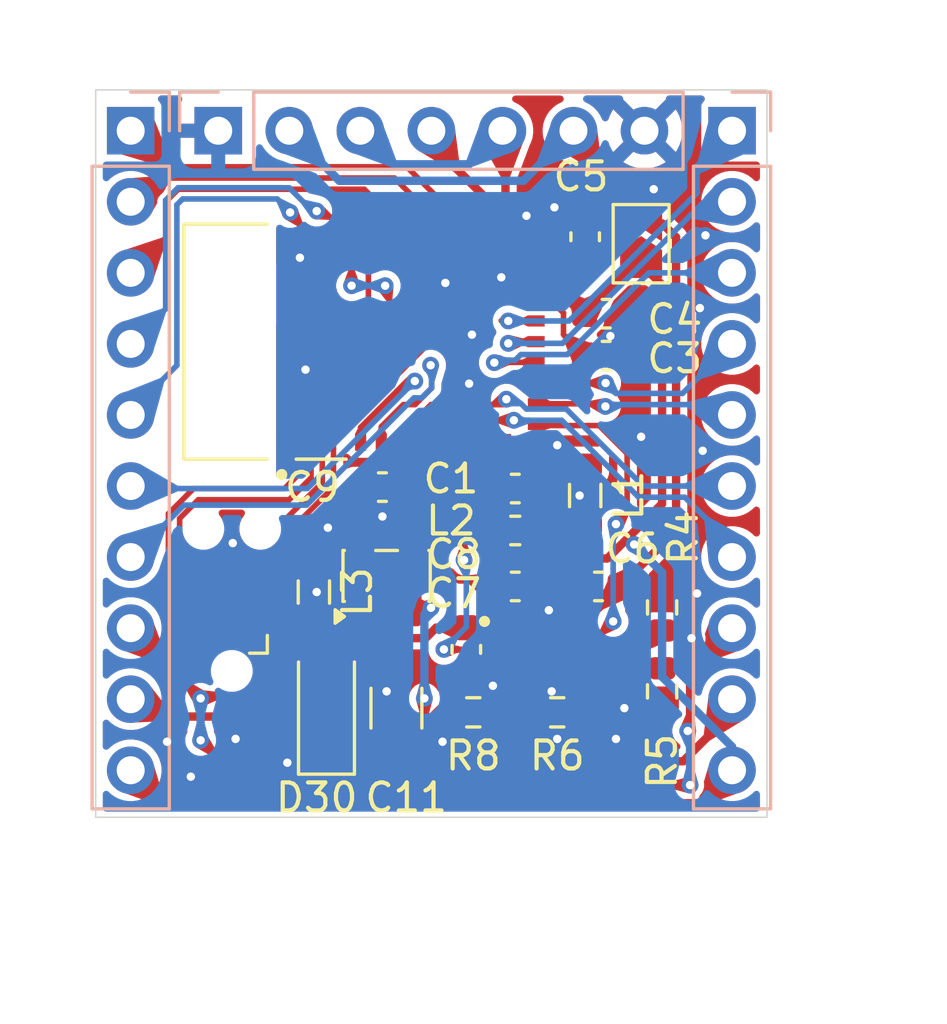
<source format=kicad_pcb>
(kicad_pcb (version 20241229) (generator "pcbnew") (generator_version "9.0")
  (layers (0 "F.Cu" signal) (2 "B.Cu" signal) (13 "F.Paste" user) (15 "B.Paste" user) (5 "F.SilkS" user "F.Silkscreen") (7 "B.SilkS" user "B.Silkscreen") (1 "F.Mask" user) (3 "B.Mask" user) (25 "Edge.Cuts" user))
  (net 0 "")
  (net 1 "GND")
  (net 2 "Net-(U2-DEC4)")
  (net 3 "VDD")
  (net 4 "VDDH")
  (net 5 "VBUS")
  (net 6 "+BATT")
  (net 7 "/LED_IN")
  (net 8 "Net-(D30-A)")
  (net 9 "/SWDIO")
  (net 11 "/RESET")
  (net 12 "/SWCLK")
  (net 13 "Net-(U2-DCC)")
  (net 14 "Net-(L1-Pad2)")
  (net 15 "Net-(U1-ISET)")
  (net 16 "Net-(U1-ILIM{slash}VSET)")
  (net 17 "Net-(U1-TS{slash}MR)")
  (net 18 "/LED_OUT")
  (net 19 "/STAT2")
  (net 20 "/STAT1")
  (net 21 "/D+")
  (net 22 "/D-")
  (net 23 "/LED_PWM")
  (net 24 "/P0.20")
  (net 25 "/P0.09")
  (net 26 "/P0.11")
  (net 27 "/P0.05")
  (net 28 "/P0.29")
  (net 29 "/P0.10")
  (net 30 "/P0.03")
  (net 31 "/P0.28")
  (net 32 "/P0.17")
  (net 33 "/P0.15")
  (net 34 "/P0.02")
  (net 35 "/P1.09")
  (net 36 "/P0.04")
  (net 37 "/P0.01")
  (footprint "Capacitor_SMD:C_0603_1608Metric" (layer "F.Cu") (at 90.475 94.25 180)
    (property "Reference" "C6" (at -1.225 1.35 0) (layer "F.SilkS"))
    (property "Value" "1u")
    (pad "1" smd roundrect (at -0.775 0 180) (size 0.9 0.95) (layers "F.Cu" "F.Mask" "F.Paste") (net 5 "VBUS"))
    (pad "2" smd roundrect (at 0.775 0 180) (size 0.9 0.95) (layers "F.Cu" "F.Mask" "F.Paste") (net 1 "GND"))
  )
  (footprint "Jumper:SolderJumper-2_P1.3mm_Open_TrianglePad1.0x1.5mm" (layer "F.Cu") (at 92 82 90)
    (property "Reference" "JP1" (hide yes))
    (property "Value" "Jumper_2_Open")
    (pad "1" smd custom (at -0.725 0 90) (size 0.3 0.3) (layers "F.Cu" "F.Mask") (net 4 "VDDH") (options (clearance outline) (anchor rect)) (primitives (gr_poly (pts (xy 1 0) (xy 0.5 0.75) (xy -0.5 0.75) (xy -0.5 -0.75) (xy 0.5 -0.75)) (width 0) (fill yes))))
    (pad "2" smd custom (at 0.725 0 90) (size 0.3 0.3) (layers "F.Cu" "F.Mask") (net 5 "VBUS") (options (clearance outline) (anchor rect)) (primitives (gr_poly (pts (xy 0.5 0.75) (xy -0.65 0.75) (xy -0.15 0) (xy -0.65 -0.75) (xy 0.5 -0.75)) (width 0) (fill yes))))
  )
  (footprint "Inductor_SMD:L_0603_1608Metric" (layer "F.Cu") (at 87.5 92.25 180)
    (property "Reference" "L2" (at 2.3 0.35 0) (layer "F.SilkS"))
    (property "Value" "15n")
    (pad "1" smd roundrect (at -0.7875 0 180) (size 0.875 0.95) (layers "F.Cu" "F.Mask" "F.Paste") (net 14 "Net-(L1-Pad2)"))
    (pad "2" smd roundrect (at 0.7875 0 180) (size 0.875 0.95) (layers "F.Cu" "F.Mask" "F.Paste") (net 2 "Net-(U2-DEC4)"))
  )
  (footprint "Capacitor_SMD:C_0603_1608Metric" (layer "F.Cu") (at 85.75 96.5 -90)
    (property "Reference" "C7" (at -2 0.45 0) (layer "F.SilkS"))
    (property "Value" "1u")
    (pad "1" smd roundrect (at -0.775 0 270) (size 0.9 0.95) (layers "F.Cu" "F.Mask" "F.Paste") (net 6 "+BATT"))
    (pad "2" smd roundrect (at 0.775 0 270) (size 0.9 0.95) (layers "F.Cu" "F.Mask" "F.Paste") (net 1 "GND"))
  )
  (footprint "Capacitor_SMD:C_0603_1608Metric" (layer "F.Cu") (at 87.5 90.75)
    (property "Reference" "C1" (at -2.3 -0.35 0) (layer "F.SilkS"))
    (property "Value" "1u")
    (pad "1" smd roundrect (at -0.775 0) (size 0.9 0.95) (layers "F.Cu" "F.Mask" "F.Paste") (net 2 "Net-(U2-DEC4)"))
    (pad "2" smd roundrect (at 0.775 0) (size 0.9 0.95) (layers "F.Cu" "F.Mask" "F.Paste") (net 1 "GND"))
  )
  (footprint "Resistor_SMD:R_0603_1608Metric" (layer "F.Cu") (at 89 98.75 180)
    (property "Reference" "R6" (at 0 -1.55 0) (layer "F.SilkS"))
    (property "Value" "10k")
    (pad "1" smd roundrect (at -0.825 0 180) (size 0.8 0.95) (layers "F.Cu" "F.Mask" "F.Paste") (net 17 "Net-(U1-TS{slash}MR)"))
    (pad "2" smd roundrect (at 0.825 0 180) (size 0.8 0.95) (layers "F.Cu" "F.Mask" "F.Paste") (net 1 "GND"))
  )
  (footprint "Resistor_SMD:R_0603_1608Metric" (layer "F.Cu") (at 92.75 95 90)
    (property "Reference" "R4" (at 2.5 0.75 90) (layer "F.SilkS"))
    (property "Value" "1k")
    (pad "1" smd roundrect (at -0.825 0 90) (size 0.8 0.95) (layers "F.Cu" "F.Mask" "F.Paste") (net 15 "Net-(U1-ISET)"))
    (pad "2" smd roundrect (at 0.825 0 90) (size 0.8 0.95) (layers "F.Cu" "F.Mask" "F.Paste") (net 1 "GND"))
  )
  (footprint "Capacitor_SMD:C_1206_3216Metric" (layer "F.Cu") (at 83.25 98.6 90)
    (property "Reference" "C11" (at -3.2 0.35 180) (layer "F.SilkS"))
    (property "Value" "10u")
    (pad "1" smd roundrect (at -1.475 0 90) (size 1.15 1.8) (layers "F.Cu" "F.Mask" "F.Paste") (roundrect_rratio 0.217391) (net 7 "/LED_IN"))
    (pad "2" smd roundrect (at 1.475 0 90) (size 1.15 1.8) (layers "F.Cu" "F.Mask" "F.Paste") (roundrect_rratio 0.217391) (net 1 "GND"))
  )
  (footprint "Capacitor_SMD:C_0603_1608Metric" (layer "F.Cu") (at 90.75 86)
    (property "Reference" "C3" (at 2.45 0.1 0) (layer "F.SilkS"))
    (property "Value" "1u")
    (pad "1" smd roundrect (at -0.775 0) (size 0.9 0.95) (layers "F.Cu" "F.Mask" "F.Paste") (net 3 "VDD"))
    (pad "2" smd roundrect (at 0.775 0) (size 0.9 0.95) (layers "F.Cu" "F.Mask" "F.Paste") (net 1 "GND"))
  )
  (footprint "ocdmk:XCVR_MDBT50-512K" (layer "F.Cu") (at 82.25 85.5 90)
    (property "Reference" "U2" (hide yes))
    (property "Value" "MDBT50-512K")
    (pad "1" smd rect (at -3.6 -3.1 90) (size 0.6 0.4) (layers "F.Cu" "F.Mask" "F.Paste") (net 1 "GND"))
    (pad "2" smd rect (at -3.6 -0.28 90) (size 0.6 0.4) (layers "F.Cu" "F.Mask" "F.Paste") (net 30 "/P0.03"))
    (pad "3" smd rect (at -3.6 0.46 90) (size 0.6 0.4) (layers "F.Cu" "F.Mask" "F.Paste") (net 34 "/P0.02"))
    (pad "4" smd rect (at -3.6 1.2 90) (size 0.6 0.4) (layers "F.Cu" "F.Mask" "F.Paste") (net 31 "/P0.28"))
    (pad "5" smd rect (at -3.6 1.94 90) (size 0.6 0.4) (layers "F.Cu" "F.Mask" "F.Paste") (net 28 "/P0.29"))
    (pad "6" smd rect (at -3.6 2.68 90) (size 0.6 0.4) (layers "F.Cu" "F.Mask" "F.Paste") (net 23 "/LED_PWM"))
    (pad "7" smd rect (at -3.6 3.42 90) (size 0.6 0.4) (layers "F.Cu" "F.Mask" "F.Paste") (net 19 "/STAT2"))
    (pad "8" smd rect (at -3.6 4.2 90) (size 0.6 0.4) (layers "F.Cu" "F.Mask" "F.Paste") (net 2 "Net-(U2-DEC4)"))
    (pad "9" smd rect (at -3.6 4.9 90) (size 0.6 0.4) (layers "F.Cu" "F.Mask" "F.Paste") (net 13 "Net-(U2-DCC)"))
    (pad "10" smd rect (at -3.7 6 90) (size 0.4 0.6) (layers "F.Cu" "F.Mask" "F.Paste") (net 1 "GND"))
    (pad "11" smd rect (at -2.96 6 90) (size 0.4 0.6) (layers "F.Cu" "F.Mask" "F.Paste") (net 20 "/STAT1"))
    (pad "12" smd rect (at -2.22 6 90) (size 0.4 0.6) (layers "F.Cu" "F.Mask" "F.Paste") (net 37 "/P0.01"))
    (pad "13" smd rect (at -1.48 6 90) (size 0.4 0.6) (layers "F.Cu" "F.Mask" "F.Paste") (net 36 "/P0.04"))
    (pad "14" smd rect (at -0.74 6 90) (size 0.4 0.6) (layers "F.Cu" "F.Mask" "F.Paste") (net 27 "/P0.05"))
    (pad "15" smd rect (at 0 6 90) (size 0.4 0.6) (layers "F.Cu" "F.Mask" "F.Paste") (net 35 "/P1.09"))
    (pad "16" smd rect (at 0.74 6 90) (size 0.4 0.6) (layers "F.Cu" "F.Mask" "F.Paste") (net 26 "/P0.11"))
    (pad "17" smd rect (at 1.48 6 90) (size 0.4 0.6) (layers "F.Cu" "F.Mask" "F.Paste") (net 3 "VDD"))
    (pad "18" smd rect (at 2.22 6 90) (size 0.4 0.6) (layers "F.Cu" "F.Mask" "F.Paste") (net 4 "VDDH"))
    (pad "19" smd rect (at 2.96 6 90) (size 0.4 0.6) (layers "F.Cu" "F.Mask" "F.Paste") (net 5 "VBUS"))
    (pad "20" smd rect (at 3.7 6 90) (size 0.4 0.6) (layers "F.Cu" "F.Mask" "F.Paste") (net 1 "GND"))
    (pad "21" smd rect (at 3.6 4.9 90) (size 0.6 0.4) (layers "F.Cu" "F.Mask" "F.Paste") (net 22 "/D-"))
    (pad "22" smd rect (at 3.6 4.16 90) (size 0.6 0.4) (layers "F.Cu" "F.Mask" "F.Paste") (net 21 "/D+"))
    (pad "23" smd rect (at 3.6 3.42 90) (size 0.6 0.4) (layers "F.Cu" "F.Mask" "F.Paste") (net 33 "/P0.15"))
    (pad "24" smd rect (at 3.6 2.68 90) (size 0.6 0.4) (layers "F.Cu" "F.Mask" "F.Paste") (net 32 "/P0.17"))
    (pad "25" smd rect (at 3.6 1.94 90) (size 0.6 0.4) (layers "F.Cu" "F.Mask" "F.Paste") (net 11 "/RESET"))
    (pad "26" smd rect (at 3.6 1.2 90) (size 0.6 0.4) (layers "F.Cu" "F.Mask" "F.Paste") (net 24 "/P0.20"))
    (pad "27" smd rect (at 3.6 0.46 90) (size 0.6 0.4) (layers "F.Cu" "F.Mask" "F.Paste") (net 9 "/SWDIO"))
    (pad "28" smd rect (at 3.6 -0.28 90) (size 0.6 0.4) (layers "F.Cu" "F.Mask" "F.Paste") (net 12 "/SWCLK"))
    (pad "29" smd rect (at 3.6 -1.02 90) (size 0.6 0.4) (layers "F.Cu" "F.Mask" "F.Paste") (net 25 "/P0.09"))
    (pad "30" smd rect (at 3.6 -1.76 90) (size 0.6 0.4) (layers "F.Cu" "F.Mask" "F.Paste") (net 29 "/P0.10"))
    (pad "31" smd rect (at 3.6 -3.1 90) (size 0.6 0.4) (layers "F.Cu" "F.Mask" "F.Paste") (net 1 "GND"))
    (zone (net 0) (net_name "") (layer "F.Cu") (connect_pads (clearance 0)) (min_thickness 0.01)
      (keepout (tracks not_allowed) (vias not_allowed) (pads not_allowed) (copperpour not_allowed) (footprints allowed))
      (fill (thermal_gap 0.508) (thermal_bridge_width 0.508))
      (polygon (pts (xy 75.65 90.5) (xy 75.65 80.5) (xy 78.95 80.5) (xy 78.95 82.85) (xy 80.5 82.85) (xy 80.5 84.75) (xy 78.95 84.75) (xy 78.95 90.5)))
    )
    (zone (net 0) (net_name "") (layer "B.Cu") (connect_pads (clearance 0)) (min_thickness 0.01)
      (keepout (tracks not_allowed) (vias not_allowed) (pads not_allowed) (copperpour not_allowed) (footprints allowed))
      (fill (thermal_gap 0.508) (thermal_bridge_width 0.508))
      (polygon (pts (xy 75.65 90.5) (xy 75.65 80.5) (xy 78.95 80.5) (xy 78.95 90.5)))
    )
  )
  (footprint "Capacitor_SMD:C_0603_1608Metric" (layer "F.Cu") (at 90.75 84.5)
    (property "Reference" "C4" (at 2.45 0.2 0) (layer "F.SilkS"))
    (property "Value" "10u")
    (pad "1" smd roundrect (at -0.775 0) (size 0.9 0.95) (layers "F.Cu" "F.Mask" "F.Paste") (net 4 "VDDH"))
    (pad "2" smd roundrect (at 0.775 0) (size 0.9 0.95) (layers "F.Cu" "F.Mask" "F.Paste") (net 1 "GND"))
  )
  (footprint "Diode_SMD:D_SOD-123" (layer "F.Cu") (at 80.75 98.6 90)
    (property "Reference" "D30" (at -3.2 -0.35 0) (layer "F.SilkS"))
    (property "Value" "D_Schottky")
    (pad "1" smd roundrect (at -1.65 0 90) (size 0.9 1.2) (layers "F.Cu" "F.Mask" "F.Paste") (net 7 "/LED_IN"))
    (pad "2" smd roundrect (at 1.65 0 90) (size 0.9 1.2) (layers "F.Cu" "F.Mask" "F.Paste") (net 8 "Net-(D30-A)"))
  )
  (footprint "ocdmk:SON50P250X250X80-11N" (layer "F.Cu") (at 88.725 96.5)
    (property "Reference" "U1" (hide yes))
    (property "Value" "bq25185")
    (pad "1" smd rect (at -1.225 -1) (size 0.85 0.3) (layers "F.Cu" "F.Paste") (net 4 "VDDH"))
    (pad "2" smd rect (at -1.225 -0.5) (size 0.85 0.3) (layers "F.Cu" "F.Paste") (net 6 "+BATT"))
    (pad "3" smd rect (at -1.225 0) (size 0.85 0.3) (layers "F.Cu" "F.Paste") (net 19 "/STAT2"))
    (pad "4" smd rect (at -1.225 0.5) (size 0.85 0.3) (layers "F.Cu" "F.Paste") (net 1 "GND"))
    (pad "5" smd rect (at -1.225 1) (size 0.85 0.3) (layers "F.Cu" "F.Paste") (net 1 "GND"))
    (pad "6" smd rect (at 1.225 1) (size 0.85 0.3) (layers "F.Cu" "F.Paste") (net 17 "Net-(U1-TS{slash}MR)"))
    (pad "7" smd rect (at 1.225 0.5) (size 0.85 0.3) (layers "F.Cu" "F.Paste") (net 16 "Net-(U1-ILIM{slash}VSET)"))
    (pad "8" smd rect (at 1.225 0) (size 0.85 0.3) (layers "F.Cu" "F.Paste") (net 15 "Net-(U1-ISET)"))
    (pad "9" smd rect (at 1.225 -0.5) (size 0.85 0.3) (layers "F.Cu" "F.Paste") (net 20 "/STAT1"))
    (pad "10" smd rect (at 1.225 -1) (size 0.85 0.3) (layers "F.Cu" "F.Paste") (net 5 "VBUS"))
    (pad "11" smd rect (at 0 0) (size 1.2 2) (layers "F.Cu") (net 1 "GND"))
  )
  (footprint "Inductor_SMD:L_0805_2012Metric" (layer "F.Cu") (at 90 91 -90)
    (property "Reference" "L1" (at 0 -1.55 90) (layer "F.SilkS"))
    (property "Value" "10u")
    (pad "1" smd roundrect (at -1.0625 0 270) (size 0.875 1.2) (layers "F.Cu" "F.Mask" "F.Paste") (net 13 "Net-(U2-DCC)"))
    (pad "2" smd roundrect (at 1.0625 0 270) (size 0.875 1.2) (layers "F.Cu" "F.Mask" "F.Paste") (net 14 "Net-(L1-Pad2)"))
  )
  (footprint "Connector:Tag-Connect_TC2030-IDC-NL_2x03_P1.27mm_Vertical" (layer "F.Cu") (at 77.365 94.73 90)
    (property "Reference" "J3" (hide yes))
    (property "Value" "Conn_ARM_SWD_TagConnect_TC2030-NL")
    (pad "" np_thru_hole circle (at -2.54 0 90) (size 0.9906 0.9906) (drill 0.9906) (layers "*.Cu" "*.Mask"))
    (pad "" np_thru_hole circle (at 2.54 -1.016 90) (size 0.9906 0.9906) (drill 0.9906) (layers "*.Cu" "*.Mask"))
    (pad "" np_thru_hole circle (at 2.54 1.016 90) (size 0.9906 0.9906) (drill 0.9906) (layers "*.Cu" "*.Mask"))
    (pad "1" connect circle (at -1.27 0.635 90) (size 0.7874 0.7874) (layers "F.Cu" "F.Mask") (net 3 "VDD"))
    (pad "2" connect circle (at -1.27 -0.635 90) (size 0.7874 0.7874) (layers "F.Cu" "F.Mask") (net 9 "/SWDIO"))
    (pad "3" connect circle (at 0 0.635 90) (size 0.7874 0.7874) (layers "F.Cu" "F.Mask") (net 11 "/RESET"))
    (pad "4" connect circle (at 0 -0.635 90) (size 0.7874 0.7874) (layers "F.Cu" "F.Mask") (net 12 "/SWCLK"))
    (pad "5" connect circle (at 1.27 0.635 90) (size 0.7874 0.7874) (layers "F.Cu" "F.Mask") (net 1 "GND"))
    (pad "6" connect circle (at 1.27 -0.635 90) (size 0.7874 0.7874) (layers "F.Cu" "F.Mask"))
    (zone (net 0) (net_name "") (layer "F.Cu") (connect_pads (clearance 0)) (min_thickness 0.254)
      (keepout (tracks allowed) (vias not_allowed) (pads allowed) (copperpour not_allowed) (footprints not_allowed))
      (fill (thermal_gap 0.508) (thermal_bridge_width 0.508))
      (polygon (pts (xy 76.73 93.46) (xy 76.73 96) (xy 78 96) (xy 78 93.46)))
    )
  )
  (footprint "Resistor_SMD:R_0603_1608Metric" (layer "F.Cu") (at 86 98.75)
    (property "Reference" "R8" (at 0 1.55 0) (layer "F.SilkS"))
    (property "Value" "10")
    (pad "1" smd roundrect (at -0.825 0) (size 0.8 0.95) (layers "F.Cu" "F.Mask" "F.Paste") (net 18 "/LED_OUT"))
    (pad "2" smd roundrect (at 0.825 0) (size 0.8 0.95) (layers "F.Cu" "F.Mask" "F.Paste") (net 1 "GND"))
  )
  (footprint "Package_TO_SOT_SMD:SOT-23-5" (layer "F.Cu") (at 82.9 93.874 90)
    (property "Reference" "U3" (hide yes))
    (property "Value" "MCP1662-xOT")
    (pad "1" smd roundrect (at -1.1375 -0.95 90) (size 1.325 0.6) (layers "F.Cu" "F.Mask" "F.Paste") (net 8 "Net-(D30-A)"))
    (pad "2" smd roundrect (at -1.1375 0 90) (size 1.325 0.6) (layers "F.Cu" "F.Mask" "F.Paste") (net 1 "GND"))
    (pad "3" smd roundrect (at -1.1375 0.95 90) (size 1.325 0.6) (layers "F.Cu" "F.Mask" "F.Paste") (net 18 "/LED_OUT"))
    (pad "4" smd roundrect (at 1.1375 0.95 90) (size 1.325 0.6) (layers "F.Cu" "F.Mask" "F.Paste") (net 23 "/LED_PWM"))
    (pad "5" smd roundrect (at 1.1375 -0.95 90) (size 1.325 0.6) (layers "F.Cu" "F.Mask" "F.Paste") (net 4 "VDDH"))
  )
  (footprint "Capacitor_SMD:C_0603_1608Metric" (layer "F.Cu") (at 87.5 94.25)
    (property "Reference" "C8" (at -2.2 -1.15 0) (layer "F.SilkS"))
    (property "Value" "10u")
    (pad "1" smd roundrect (at -0.775 0) (size 0.9 0.95) (layers "F.Cu" "F.Mask" "F.Paste") (net 4 "VDDH"))
    (pad "2" smd roundrect (at 0.775 0) (size 0.9 0.95) (layers "F.Cu" "F.Mask" "F.Paste") (net 1 "GND"))
  )
  (footprint "Inductor_SMD:L_0805_2012Metric" (layer "F.Cu") (at 80.3 94.45 -90)
    (property "Reference" "L3" (at 0 -1.55 270) (layer "F.SilkS"))
    (property "Value" "10u")
    (pad "1" smd roundrect (at -1.0625 0 270) (size 0.875 1.2) (layers "F.Cu" "F.Mask" "F.Paste") (net 4 "VDDH"))
    (pad "2" smd roundrect (at 1.0625 0 270) (size 0.875 1.2) (layers "F.Cu" "F.Mask" "F.Paste") (net 8 "Net-(D30-A)"))
  )
  (footprint "Resistor_SMD:R_0603_1608Metric" (layer "F.Cu") (at 92.75 98 -90)
    (property "Reference" "R5" (at 2.5 0 90) (layer "F.SilkS"))
    (property "Value" "18k")
    (pad "1" smd roundrect (at -0.825 0 270) (size 0.8 0.95) (layers "F.Cu" "F.Mask" "F.Paste") (net 16 "Net-(U1-ILIM{slash}VSET)"))
    (pad "2" smd roundrect (at 0.825 0 270) (size 0.8 0.95) (layers "F.Cu" "F.Mask" "F.Paste") (net 1 "GND"))
  )
  (footprint "Capacitor_SMD:C_0603_1608Metric" (layer "F.Cu") (at 90 81.75 90)
    (property "Reference" "C5" (at 2.15 -0.15 180) (layer "F.SilkS"))
    (property "Value" "10u")
    (pad "1" smd roundrect (at -0.775 0 90) (size 0.9 0.95) (layers "F.Cu" "F.Mask" "F.Paste") (net 5 "VBUS"))
    (pad "2" smd roundrect (at 0.775 0 90) (size 0.9 0.95) (layers "F.Cu" "F.Mask" "F.Paste") (net 1 "GND"))
  )
  (footprint "Capacitor_SMD:C_0603_1608Metric" (layer "F.Cu") (at 82.75 90.699)
    (property "Reference" "C9" (at -2.5 0.001 0) (layer "F.SilkS"))
    (property "Value" "4u7")
    (pad "1" smd roundrect (at -0.775 0) (size 0.9 0.95) (layers "F.Cu" "F.Mask" "F.Paste") (net 4 "VDDH"))
    (pad "2" smd roundrect (at 0.775 0) (size 0.9 0.95) (layers "F.Cu" "F.Mask" "F.Paste") (net 1 "GND"))
  )
  (footprint "Connector_PinHeader_2.54mm:PinHeader_1x10_P2.54mm_Vertical" (layer "B.Cu") (at 73.75 77.96 180)
    (property "Reference" "J1" (hide yes))
    (property "Value" "Conn_01x10")
    (pad "1" thru_hole rect (at 0 0 180) (size 1.7 1.7) (drill 1) (layers "*.Cu" "*.Mask") (net 33 "/P0.15"))
    (pad "2" thru_hole circle (at 0 -2.54 180) (size 1.7 1.7) (drill 1) (layers "*.Cu" "*.Mask") (net 32 "/P0.17"))
    (pad "3" thru_hole circle (at 0 -5.08 180) (size 1.7 1.7) (drill 1) (layers "*.Cu" "*.Mask") (net 24 "/P0.20"))
    (pad "4" thru_hole circle (at 0 -7.62 180) (size 1.7 1.7) (drill 1) (layers "*.Cu" "*.Mask") (net 25 "/P0.09"))
    (pad "5" thru_hole circle (at 0 -10.16 180) (size 1.7 1.7) (drill 1) (layers "*.Cu" "*.Mask") (net 29 "/P0.10"))
    (pad "6" thru_hole circle (at 0 -12.7 180) (size 1.7 1.7) (drill 1) (layers "*.Cu" "*.Mask") (net 30 "/P0.03"))
    (pad "7" thru_hole circle (at 0 -15.24 180) (size 1.7 1.7) (drill 1) (layers "*.Cu" "*.Mask") (net 34 "/P0.02"))
    (pad "8" thru_hole circle (at 0 -17.78 180) (size 1.7 1.7) (drill 1) (layers "*.Cu" "*.Mask") (net 6 "+BATT"))
    (pad "9" thru_hole circle (at 0 -20.32 180) (size 1.7 1.7) (drill 1) (layers "*.Cu" "*.Mask") (net 18 "/LED_OUT"))
    (pad "10" thru_hole circle (at 0 -22.86 180) (size 1.7 1.7) (drill 1) (layers "*.Cu" "*.Mask") (net 4 "VDDH"))
  )
  (footprint "Connector_PinHeader_2.54mm:PinHeader_1x10_P2.54mm_Vertical" (layer "B.Cu") (at 95.25 77.96 180)
    (property "Reference" "J4" (hide yes))
    (property "Value" "Conn_01x10")
    (pad "1" thru_hole rect (at 0 0 180) (size 1.7 1.7) (drill 1) (layers "*.Cu" "*.Mask") (net 26 "/P0.11"))
    (pad "2" thru_hole circle (at 0 -2.54 180) (size 1.7 1.7) (drill 1) (layers "*.Cu" "*.Mask") (net 35 "/P1.09"))
    (pad "3" thru_hole circle (at 0 -5.08 180) (size 1.7 1.7) (drill 1) (layers "*.Cu" "*.Mask") (net 27 "/P0.05"))
    (pad "4" thru_hole circle (at 0 -7.62 180) (size 1.7 1.7) (drill 1) (layers "*.Cu" "*.Mask") (net 36 "/P0.04"))
    (pad "5" thru_hole circle (at 0 -10.16 180) (size 1.7 1.7) (drill 1) (layers "*.Cu" "*.Mask") (net 37 "/P0.01"))
    (pad "6" thru_hole circle (at 0 -12.7 180) (size 1.7 1.7) (drill 1) (layers "*.Cu" "*.Mask") (net 31 "/P0.28"))
    (pad "7" thru_hole circle (at 0 -15.24 180) (size 1.7 1.7) (drill 1) (layers "*.Cu" "*.Mask") (net 28 "/P0.29"))
    (pad "8" thru_hole circle (at 0 -17.78 180) (size 1.7 1.7) (drill 1) (layers "*.Cu" "*.Mask") (net 6 "+BATT"))
    (pad "9" thru_hole circle (at 0 -20.32 180) (size 1.7 1.7) (drill 1) (layers "*.Cu" "*.Mask") (net 7 "/LED_IN"))
    (pad "10" thru_hole circle (at 0 -22.86 180) (size 1.7 1.7) (drill 1) (layers "*.Cu" "*.Mask") (net 4 "VDDH"))
  )
  (footprint "Connector_PinHeader_2.54mm:PinHeader_1x07_P2.54mm_Vertical" (layer "B.Cu") (at 76.88 77.96 -90)
    (property "Reference" "J2" (hide yes))
    (property "Value" "Conn_01x07")
    (pad "1" thru_hole rect (at 0 0 270) (size 1.7 1.7) (drill 1) (layers "*.Cu" "*.Mask") (net 1 "GND"))
    (pad "2" thru_hole circle (at 0 -2.54 270) (size 1.7 1.7) (drill 1) (layers "*.Cu" "*.Mask") (net 5 "VBUS"))
    (pad "3" thru_hole circle (at 0 -5.08 270) (size 1.7 1.7) (drill 1) (layers "*.Cu" "*.Mask") (net 22 "/D-"))
    (pad "4" thru_hole circle (at 0 -7.62 270) (size 1.7 1.7) (drill 1) (layers "*.Cu" "*.Mask") (net 21 "/D+"))
    (pad "5" thru_hole circle (at 0 -10.16 270) (size 1.7 1.7) (drill 1) (layers "*.Cu" "*.Mask") (net 22 "/D-"))
    (pad "6" thru_hole circle (at 0 -12.7 270) (size 1.7 1.7) (drill 1) (layers "*.Cu" "*.Mask") (net 5 "VBUS"))
    (pad "7" thru_hole circle (at 0 -15.24 270) (size 1.7 1.7) (drill 1) (layers "*.Cu" "*.Mask") (net 1 "GND"))
  )
  (gr_line (start 72.5 76.5) (end 96.5 76.5) (stroke (width 0.05)) (layer "Edge.Cuts"))
  (gr_line (start 96.5 102.5) (end 72.5 102.5) (stroke (width 0.05)) (layer "Edge.Cuts"))
  (gr_line (start 72.5 102.5) (end 72.5 76.5) (stroke (width 0.05)) (layer "Edge.Cuts"))
  (gr_line (start 96.5 76.5) (end 96.5 102.5) (stroke (width 0.05)) (layer "Edge.Cuts"))
  (via (at 93.8 96.1) (size 0.6) (drill 0.3) (layers "F.Cu" "B.Cu") (net 1))
  (via (at 75.05 99.8) (size 0.6) (drill 0.3) (layers "F.Cu" "B.Cu") (net 1))
  (via (at 80.8 92.15) (size 0.6) (drill 0.3) (layers "F.Cu" "B.Cu") (net 1))
  (via (at 86.7 97.8) (size 0.6) (drill 0.3) (layers "F.Cu" "B.Cu") (net 1))
  (via (at 85 83.4) (size 0.6) (drill 0.3) (layers "F.Cu" "B.Cu") (net 1))
  (via (at 75.9 101.05) (size 0.6) (drill 0.3) (layers "F.Cu" "B.Cu") (net 1))
  (via (at 91.1 99.7) (size 0.6) (drill 0.3) (layers "F.Cu" "B.Cu") (net 1))
  (via (at 90.9 85.3) (size 0.6) (drill 0.3) (layers "F.Cu" "B.Cu") (net 1))
  (via (at 80.4 94.45) (size 0.6) (drill 0.3) (layers "F.Cu" "B.Cu") (net 1))
  (via (at 89.8 91) (size 0.6) (drill 0.3) (layers "F.Cu" "B.Cu") (net 1))
  (via (at 85.95 85.25) (size 0.6) (drill 0.3) (layers "F.Cu" "B.Cu") (net 1))
  (via (at 79.8 82.5) (size 0.6) (drill 0.3) (layers "F.Cu" "B.Cu") (net 1))
  (via (at 82.75 91.75) (size 0.6) (drill 0.3) (layers "F.Cu" "B.Cu") (net 1))
  (via (at 94.2 89.4) (size 0.6) (drill 0.3) (layers "F.Cu" "B.Cu") (net 1))
  (via (at 82.9 98) (size 0.6) (drill 0.3) (layers "F.Cu" "B.Cu") (net 1))
  (via (at 88.7 95.1) (size 0.6) (drill 0.3) (layers "F.Cu" "B.Cu") (net 1))
  (via (at 88.8 98) (size 0.6) (drill 0.3) (layers "F.Cu" "B.Cu") (net 1))
  (via (at 87.9 81) (size 0.6) (drill 0.3) (layers "F.Cu" "B.Cu") (net 1))
  (via (at 88.9 80.7) (size 0.6) (drill 0.3) (layers "F.Cu" "B.Cu") (net 1))
  (via (at 80 86.5) (size 0.6) (drill 0.3) (layers "F.Cu" "B.Cu") (net 1))
  (via (at 77.4 92.7) (size 0.6) (drill 0.3) (layers "F.Cu" "B.Cu") (net 1))
  (via (at 94.1 84.3) (size 0.6) (drill 0.3) (layers "F.Cu" "B.Cu") (net 1))
  (via (at 77.5 99.7) (size 0.6) (drill 0.3) (layers "F.Cu" "B.Cu") (net 1))
  (via (at 94.3 81.7) (size 0.6) (drill 0.3) (layers "F.Cu" "B.Cu") (net 1))
  (via (at 89 89.2) (size 0.6) (drill 0.3) (layers "F.Cu" "B.Cu") (net 1))
  (via (at 89 99.7) (size 0.6) (drill 0.3) (layers "F.Cu" "B.Cu") (net 1))
  (via (at 94 94.5) (size 0.6) (drill 0.3) (layers "F.Cu" "B.Cu") (net 1))
  (via (at 87 83.2) (size 0.6) (drill 0.3) (layers "F.Cu" "B.Cu") (net 1))
  (via (at 79.35 100.55) (size 0.6) (drill 0.3) (layers "F.Cu" "B.Cu") (net 1))
  (via (at 84.9 99.8) (size 0.6) (drill 0.3) (layers "F.Cu" "B.Cu") (net 1))
  (via (at 91.4 98.6) (size 0.6) (drill 0.3) (layers "F.Cu" "B.Cu") (net 1))
  (via (at 92 88.9) (size 0.6) (drill 0.3) (layers "F.Cu" "B.Cu") (net 1))
  (via (at 92.45 80.05) (size 0.6) (drill 0.3) (layers "F.Cu" "B.Cu") (net 1))
  (via (at 85.85 87) (size 0.6) (drill 0.3) (layers "F.Cu" "B.Cu") (net 1))
  (segment (start 86.725 90.75) (end 86.725 92.2375) (width 0.2) (layer "F.Cu") (net 2))
  (segment (start 86.45 90.475) (end 86.45 89.1) (width 0.2) (layer "F.Cu") (net 2))
  (segment (start 86.725 90.75) (end 86.45 90.475) (width 0.2) (layer "F.Cu") (net 2))
  (segment (start 86.725 92.2375) (end 86.7125 92.25) (width 0.2) (layer "F.Cu") (net 2))
  (segment (start 79.25 93.084949) (end 79.6283 92.706649) (width 0.2) (layer "F.Cu") (net 3))
  (segment (start 85.948 84.02) (end 88.25 84.02) (width 0.2) (layer "F.Cu") (net 3))
  (segment (start 89.224 84.474) (end 89.224 85.249) (width 0.2) (layer "F.Cu") (net 3))
  (segment (start 88.77 84.02) (end 89.224 84.474) (width 0.2) (layer "F.Cu") (net 3))
  (segment (start 89.224 85.249) (end 89.975 86) (width 0.2) (layer "F.Cu") (net 3))
  (segment (start 88.25 84.02) (end 88.77 84.02) (width 0.2) (layer "F.Cu") (net 3))
  (segment (start 79.25 94.75) (end 79.25 93.084949) (width 0.2) (layer "F.Cu") (net 3))
  (segment (start 79.6283 92.706649) (end 79.6283 92.072725) (width 0.2) (layer "F.Cu") (net 3))
  (segment (start 78 96) (end 79.25 94.75) (width 0.2) (layer "F.Cu") (net 3))
  (segment (start 81 88.968) (end 85.948 84.02) (width 0.2) (layer "F.Cu") (net 3))
  (segment (start 81 90.701025) (end 81 88.968) (width 0.2) (layer "F.Cu") (net 3))
  (segment (start 79.6283 92.072725) (end 81 90.701025) (width 0.2) (layer "F.Cu") (net 3))
  (segment (start 86.725 94.25) (end 86.475 94) (width 0.3) (layer "F.Cu") (net 4))
  (segment (start 92 82.725) (end 91.75 82.725) (width 0.3) (layer "F.Cu") (net 4))
  (segment (start 87.5 95.5) (end 87.5 95.025) (width 0.3) (layer "F.Cu") (net 4))
  (segment (start 81.149 93.3875) (end 81.8 92.7365) (width 0.3) (layer "F.Cu") (net 4))
  (segment (start 91.75 82.725) (end 89.975 84.5) (width 0.3) (layer "F.Cu") (net 4))
  (segment (start 82.8135 93.75) (end 81.8 92.7365) (width 0.3) (layer "F.Cu") (net 4))
  (segment (start 85.457 93.957) (end 85.400346 93.957) (width 0.3) (layer "F.Cu") (net 4))
  (segment (start 92.749 91.29248) (end 90.79148 93.25) (width 0.3) (layer "F.Cu") (net 4))
  (segment (start 85.5 94) (end 85.457 93.957) (width 0.3) (layer "F.Cu") (net 4))
  (segment (start 92.749 83.474) (end 92.749 91.29248) (width 0.3) (layer "F.Cu") (net 4))
  (segment (start 88.755 83.28) (end 88.25 83.28) (width 0.3) (layer "F.Cu") (net 4))
  (segment (start 85.193346 93.75) (end 82.8135 93.75) (width 0.3) (layer "F.Cu") (net 4))
  (segment (start 90.79148 93.25) (end 87.725 93.25) (width 0.3) (layer "F.Cu") (net 4))
  (segment (start 95.25 100.82) (end 94.07 102) (width 0.3) (layer "F.Cu") (net 4))
  (segment (start 92 82.725) (end 92.749 83.474) (width 0.3) (layer "F.Cu") (net 4))
  (segment (start 81.8 92.7365) (end 81.8 90.874) (width 0.3) (layer "F.Cu") (net 4))
  (segment (start 87.5 95.025) (end 86.725 94.25) (width 0.3) (layer "F.Cu") (net 4))
  (segment (start 80.575 93.3875) (end 81.149 93.3875) (width 0.3) (layer "F.Cu") (net 4))
  (segment (start 74.93 102) (end 73.75 100.82) (width 0.3) (layer "F.Cu") (net 4))
  (segment (start 87.725 93.25) (end 86.725 94.25) (width 0.3) (layer "F.Cu") (net 4))
  (segment (start 86.475 94) (end 85.5 94) (width 0.3) (layer "F.Cu") (net 4))
  (segment (start 94.07 102) (end 74.93 102) (width 0.3) (layer "F.Cu") (net 4))
  (segment (start 89.975 84.5) (end 88.755 83.28) (width 0.3) (layer "F.Cu") (net 4))
  (segment (start 85.400346 93.957) (end 85.193346 93.75) (width 0.3) (layer "F.Cu") (net 4))
  (via (at 91.75 92.75) (size 0.6) (drill 0.3) (layers "F.Cu" "B.Cu") (net 4))
  (segment (start 92.75 93.75) (end 91.75 92.75) (width 0.3) (layer "B.Cu") (net 4))
  (segment (start 95.25 100.82) (end 95.25 99.978471) (width 0.3) (layer "B.Cu") (net 4))
  (segment (start 92.75 97.478471) (end 92.75 93.75) (width 0.3) (layer "B.Cu") (net 4))
  (segment (start 95.25 99.978471) (end 92.75 97.478471) (width 0.3) (layer "B.Cu") (net 4))
  (segment (start 88.25 82.54) (end 89.985 82.54) (width 0.3) (layer "F.Cu") (net 5))
  (segment (start 89.58 78.42) (end 92 80.84) (width 0.3) (layer "F.Cu") (net 5))
  (segment (start 89.985 82.54) (end 90 82.525) (width 0.3) (layer "F.Cu") (net 5))
  (segment (start 93.25 90) (end 93.25 81.77) (width 0.3) (layer "F.Cu") (net 5))
  (segment (start 91.25 94.25) (end 93.25 92.25) (width 0.3) (layer "F.Cu") (net 5))
  (segment (start 89.95 95.5) (end 90 95.5) (width 0.3) (layer "F.Cu") (net 5))
  (segment (start 92.755 81.275) (end 92 81.275) (width 0.3) (layer "F.Cu") (net 5))
  (segment (start 90 82.525) (end 91.25 81.275) (width 0.3) (layer "F.Cu") (net 5))
  (segment (start 93.25 81.77) (end 92.755 81.275) (width 0.3) (layer "F.Cu") (net 5))
  (segment (start 93.25 92.25) (end 93.25 90) (width 0.3) (layer "F.Cu") (net 5))
  (segment (start 91.25 81.275) (end 92 81.275) (width 0.3) (layer "F.Cu") (net 5))
  (segment (start 90 95.5) (end 91.25 94.25) (width 0.3) (layer "F.Cu") (net 5))
  (segment (start 92 80.84) (end 92 81.275) (width 0.3) (layer "F.Cu") (net 5))
  (segment (start 81.21 79.75) (end 79.42 77.96) (width 0.3) (layer "B.Cu") (net 5))
  (segment (start 87.79 79.75) (end 81.21 79.75) (width 0.3) (layer "B.Cu") (net 5))
  (segment (start 89.58 77.96) (end 87.79 79.75) (width 0.3) (layer "B.Cu") (net 5))
  (segment (start 81.701 97.799) (end 81.3337 98.1663) (width 0.3) (layer "F.Cu") (net 6))
  (segment (start 76.1763 98.1663) (end 73.75 95.74) (width 0.3) (layer "F.Cu") (net 6))
  (segment (start 81.3337 98.1663) (end 76.1763 98.1663) (width 0.3) (layer "F.Cu") (net 6))
  (segment (start 93.75 97.24) (end 95.25 95.74) (width 0.3) (layer "F.Cu") (net 6))
  (segment (start 77.85 101.35) (end 76.25 99.75) (width 0.3) (layer "F.Cu") (net 6))
  (segment (start 84.668339 95.725) (end 84.294339 96.099) (width 0.3) (layer "F.Cu") (net 6))
  (segment (start 82.122565 96.099) (end 81.701 96.520565) (width 0.3) (layer "F.Cu") (net 6))
  (segment (start 93.75 101.35) (end 77.85 101.35) (width 0.3) (layer "F.Cu") (net 6))
  (segment (start 85.75 95.725) (end 84.668339 95.725) (width 0.3) (layer "F.Cu") (net 6))
  (segment (start 87.5 96) (end 86.025 96) (width 0.3) (layer "F.Cu") (net 6))
  (segment (start 86.025 96) (end 85.75 95.725) (width 0.3) (layer "F.Cu") (net 6))
  (segment (start 84.294339 96.099) (end 82.122565 96.099) (width 0.3) (layer "F.Cu") (net 6))
  (segment (start 81.701 96.520565) (end 81.701 97.799) (width 0.3) (layer "F.Cu") (net 6))
  (segment (start 93.66538 99.41538) (end 93.75 99.33076) (width 0.3) (layer "F.Cu") (net 6))
  (segment (start 93.75 99.33076) (end 93.75 97.24) (width 0.3) (layer "F.Cu") (net 6))
  (via (at 76.25 99.75) (size 0.6) (drill 0.3) (layers "F.Cu" "B.Cu") (net 6))
  (via (at 76.25 98.25) (size 0.6) (drill 0.3) (layers "F.Cu" "B.Cu") (net 6))
  (via (at 93.66538 99.41538) (size 0.6) (drill 0.3) (layers "F.Cu" "B.Cu") (net 6))
  (via (at 93.75 101.35) (size 0.6) (drill 0.3) (layers "F.Cu" "B.Cu") (net 6))
  (segment (start 93.66538 99.41538) (end 93.75 99.5) (width 0.3) (layer "B.Cu") (net 6))
  (segment (start 76.25 99.75) (end 76.25 98.25) (width 0.3) (layer "B.Cu") (net 6))
  (segment (start 93.75 99.5) (end 93.75 101.35) (width 0.3) (layer "B.Cu") (net 6))
  (segment (start 83.25 99.975) (end 80.925 99.975) (width 0.3) (layer "F.Cu") (net 7))
  (segment (start 80.925 99.975) (end 80.75 100.15) (width 0.3) (layer "F.Cu") (net 7))
  (segment (start 95.25 98.28) (end 95.25 98.75) (width 0.3) (layer "F.Cu") (net 7))
  (segment (start 95.25 98.75) (end 93.5 100.5) (width 0.3) (layer "F.Cu") (net 7))
  (segment (start 83.775 100.5) (end 83.25 99.975) (width 0.3) (layer "F.Cu") (net 7))
  (segment (start 93.5 100.5) (end 83.775 100.5) (width 0.3) (layer "F.Cu") (net 7))
  (segment (start 80.25 95.2875) (end 81.524 95.2875) (width 0.3) (layer "F.Cu") (net 8))
  (segment (start 80.75 95.7875) (end 80.25 95.2875) (width 0.3) (layer "F.Cu") (net 8))
  (segment (start 81.524 95.2875) (end 81.8 95.0115) (width 0.3) (layer "F.Cu") (net 8))
  (segment (start 80.75 96.85) (end 80.75 95.7875) (width 0.3) (layer "F.Cu") (net 8))
  (segment (start 75.099 94.369) (end 75.099 91.651) (width 0.2) (layer "F.Cu") (net 9))
  (segment (start 76.73 96) (end 75.099 94.369) (width 0.2) (layer "F.Cu") (net 9))
  (segment (start 82.248153 83.001847) (end 82.71 82.54) (width 0.2) (layer "F.Cu") (net 9))
  (segment (start 75.099 91.651) (end 76 90.75) (width 0.2) (layer "F.Cu") (net 9))
  (segment (start 79.797 88.4697) (end 82.248153 86.018547) (width 0.2) (layer "F.Cu") (net 9))
  (segment (start 79.797 90.202725) (end 79.797 88.4697) (width 0.2) (layer "F.Cu") (net 9))
  (segment (start 82.248153 86.018547) (end 82.248153 83.001847) (width 0.2) (layer "F.Cu") (net 9))
  (segment (start 82.71 82.54) (end 82.71 81.9) (width 0.2) (layer "F.Cu") (net 9))
  (segment (start 76 90.75) (end 79.249725 90.75) (width 0.2) (layer "F.Cu") (net 9))
  (segment (start 79.249725 90.75) (end 79.797 90.202725) (width 0.2) (layer "F.Cu") (net 9))
  (segment (start 78.731549 93.998451) (end 78.731549 93.0363) (width 0.2) (layer "F.Cu") (net 11))
  (segment (start 80.599 90.534925) (end 80.599 88.8019) (width 0.2) (layer "F.Cu") (net 11))
  (segment (start 79.2273 91.906625) (end 80.599 90.534925) (width 0.2) (layer "F.Cu") (net 11))
  (segment (start 84.19 85.2109) (end 84.19 81.9) (width 0.2) (layer "F.Cu") (net 11))
  (segment (start 78 94.73) (end 78.731549 93.998451) (width 0.2) (layer "F.Cu") (net 11))
  (segment (start 80.599 88.8019) (end 84.19 85.2109) (width 0.2) (layer "F.Cu") (net 11))
  (segment (start 78.731549 93.0363) (end 79.2273 92.540549) (width 0.2) (layer "F.Cu") (net 11))
  (segment (start 79.2273 92.540549) (end 79.2273 91.906625) (width 0.2) (layer "F.Cu") (net 11))
  (segment (start 81.647153 83.5) (end 81.647153 82.897153) (width 0.2) (layer "F.Cu") (net 12))
  (segment (start 75.5 93.5) (end 76.73 94.73) (width 0.2) (layer "F.Cu") (net 12))
  (segment (start 80.198 90.368825) (end 79.415825 91.151) (width 0.2) (layer "F.Cu") (net 12))
  (segment (start 81.97 82.574306) (end 81.97 81.9) (width 0.2) (layer "F.Cu") (net 12))
  (segment (start 82.848153 83.5) (end 82.848153 83.570683) (width 0.2) (layer "F.Cu") (net 12))
  (segment (start 83 85.8338) (end 80.198 88.6358) (width 0.2) (layer "F.Cu") (net 12))
  (segment (start 83 83.72253) (end 83 85.8338) (width 0.2) (layer "F.Cu") (net 12))
  (segment (start 83 83.72253) (end 83 83.9) (width 0.2) (layer "F.Cu") (net 12))
  (segment (start 80.198 88.6358) (end 80.198 90.368825) (width 0.2) (layer "F.Cu") (net 12))
  (segment (start 82.848153 83.570683) (end 83 83.72253) (width 0.2) (layer "F.Cu") (net 12))
  (segment (start 75.5 91.8171) (end 75.5 93.5) (width 0.2) (layer "F.Cu") (net 12))
  (segment (start 81.647153 82.897153) (end 81.97 82.574306) (width 0.2) (layer "F.Cu") (net 12))
  (segment (start 79.415825 91.151) (end 76.1661 91.151) (width 0.2) (layer "F.Cu") (net 12))
  (segment (start 76.1661 91.151) (end 75.5 91.8171) (width 0.2) (layer "F.Cu") (net 12))
  (via (at 82.848153 83.5) (size 0.6) (drill 0.3) (layers "F.Cu" "B.Cu") (net 12))
  (via (at 81.647153 83.5) (size 0.6) (drill 0.3) (layers "F.Cu" "B.Cu") (net 12))
  (segment (start 82.848153 83.5) (end 81.647153 83.5) (width 0.2) (layer "B.Cu") (net 12))
  (segment (start 87.9875 89.9375) (end 87.15 89.1) (width 0.2) (layer "F.Cu") (net 13))
  (segment (start 90 89.9375) (end 87.9875 89.9375) (width 0.2) (layer "F.Cu") (net 13))
  (segment (start 89.8125 92.25) (end 90 92.0625) (width 0.2) (layer "F.Cu") (net 14))
  (segment (start 88.2875 92.25) (end 89.8125 92.25) (width 0.2) (layer "F.Cu") (net 14))
  (segment (start 92.075 96.5) (end 92.75 95.825) (width 0.2) (layer "F.Cu") (net 15))
  (segment (start 89.95 96.5) (end 92.075 96.5) (width 0.2) (layer "F.Cu") (net 15))
  (segment (start 89.95 97) (end 92.575 97) (width 0.2) (layer "F.Cu") (net 16))
  (segment (start 92.575 97) (end 92.75 97.175) (width 0.2) (layer "F.Cu") (net 16))
  (segment (start 89.95 98.625) (end 89.825 98.75) (width 0.3) (layer "F.Cu") (net 17))
  (segment (start 89.95 97.5) (end 89.95 98.625) (width 0.3) (layer "F.Cu") (net 17))
  (segment (start 84.5 95) (end 84.4885 95.0115) (width 0.3) (layer "F.Cu") (net 18))
  (segment (start 84.25 98.25) (end 84.25 99) (width 0.3) (layer "F.Cu") (net 18))
  (segment (start 83.7 95.0115) (end 84.4885 95.0115) (width 0.3) (layer "F.Cu") (net 18))
  (segment (start 84.925 99) (end 85.175 98.75) (width 0.3) (layer "F.Cu") (net 18))
  (segment (start 84.151 98.901) (end 84.25 99) (width 0.3) (layer "F.Cu") (net 18))
  (segment (start 84.25 99) (end 84.925 99) (width 0.3) (layer "F.Cu") (net 18))
  (segment (start 74.371 98.901) (end 84.151 98.901) (width 0.3) (layer "F.Cu") (net 18))
  (segment (start 73.75 98.28) (end 74.371 98.901) (width 0.3) (layer "F.Cu") (net 18))
  (via (at 84.4885 95.0115) (size 0.6) (drill 0.3) (layers "F.Cu" "B.Cu") (net 18))
  (via (at 84.25 98.25) (size 0.6) (drill 0.3) (layers "F.Cu" "B.Cu") (net 18))
  (segment (start 84.4885 95.0115) (end 84.25 95.25) (width 0.3) (layer "B.Cu") (net 18))
  (segment (start 84.25 95.25) (end 84.25 98.25) (width 0.3) (layer "B.Cu") (net 18))
  (segment (start 84.9469 96.5) (end 87.5 96.5) (width 0.2) (layer "F.Cu") (net 19))
  (segment (start 85.67 93.306) (end 85.67 89.1) (width 0.2) (layer "F.Cu") (net 19))
  (via (at 85.67 93.306) (size 0.6) (drill 0.3) (layers "F.Cu" "B.Cu") (net 19))
  (via (at 84.9469 96.5) (size 0.6) (drill 0.3) (layers "F.Cu" "B.Cu") (net 19))
  (segment (start 85.75 93.386) (end 85.75 95.6969) (width 0.2) (layer "B.Cu") (net 19))
  (segment (start 85.67 93.306) (end 85.75 93.386) (width 0.2) (layer "B.Cu") (net 19))
  (segment (start 85.75 95.6969) (end 84.9469 96.5) (width 0.2) (layer "B.Cu") (net 19))
  (segment (start 91.5 89.5) (end 90.5 88.5) (width 0.2) (layer "F.Cu") (net 20))
  (segment (start 90.5 96) (end 91 95.5) (width 0.2) (layer "F.Cu") (net 20))
  (segment (start 91.5 91.622241) (end 91.5 89.5) (width 0.2) (layer "F.Cu") (net 20))
  (segment (start 90.5 88.5) (end 88.29 88.5) (width 0.2) (layer "F.Cu") (net 20))
  (segment (start 89.95 96) (end 90.5 96) (width 0.2) (layer "F.Cu") (net 20))
  (segment (start 88.29 88.5) (end 88.25 88.46) (width 0.2) (layer "F.Cu") (net 20))
  (segment (start 91.099999 92.022242) (end 91.5 91.622241) (width 0.2) (layer "F.Cu") (net 20))
  (via (at 91.099999 92.022242) (size 0.6) (drill 0.3) (layers "F.Cu" "B.Cu") (net 20))
  (via (at 91 95.5) (size 0.6) (drill 0.3) (layers "F.Cu" "B.Cu") (net 20))
  (segment (start 91.099999 92.022242) (end 91 92.122241) (width 0.2) (layer "B.Cu") (net 20))
  (segment (start 91 92.122241) (end 91 95.5) (width 0.2) (layer "B.Cu") (net 20))
  (segment (start 86.41 80.33) (end 84.5 78.42) (width 0.3) (layer "F.Cu") (net 21))
  (segment (start 86.41 81.9) (end 86.41 80.33) (width 0.3) (layer "F.Cu") (net 21))
  (segment (start 87.15 81.9) (end 87.15 78.53) (width 0.3) (layer "F.Cu") (net 22))
  (segment (start 87.15 78.53) (end 87.04 78.42) (width 0.3) (layer "F.Cu") (net 22))
  (segment (start 87.04 77.96) (end 85.839 79.161) (width 0.3) (layer "B.Cu") (net 22))
  (segment (start 85.839 79.161) (end 83.161 79.161) (width 0.3) (layer "B.Cu") (net 22))
  (segment (start 83.161 79.161) (end 81.96 77.96) (width 0.3) (layer "B.Cu") (net 22))
  (segment (start 84.93 91.5065) (end 84.93 89.1) (width 0.3) (layer "F.Cu") (net 23))
  (segment (start 83.7 92.7365) (end 84.93 91.5065) (width 0.3) (layer "F.Cu") (net 23))
  (segment (start 83.45 81.9) (end 83.45 81.4) (width 0.2) (layer "F.Cu") (net 24))
  (segment (start 75 80.5) (end 75 81.79) (width 0.2) (layer "F.Cu") (net 24))
  (segment (start 75.448 80.052) (end 75 80.5) (width 0.2) (layer "F.Cu") (net 24))
  (segment (start 82.102 80.052) (end 75.448 80.052) (width 0.2) (layer "F.Cu") (net 24))
  (segment (start 83.45 81.4) (end 82.102 80.052) (width 0.2) (layer "F.Cu") (net 24))
  (segment (start 75 81.79) (end 73.75 83.04) (width 0.2) (layer "F.Cu") (net 24))
  (segment (start 81.23 81.4) (end 81.23 81.9) (width 0.2) (layer "F.Cu") (net 25))
  (segment (start 80.4 80.831701) (end 80.661701 80.831701) (width 0.2) (layer "F.Cu") (net 25))
  (segment (start 80.661701 80.831701) (end 81.23 81.4) (width 0.2) (layer "F.Cu") (net 25))
  (via (at 80.4 80.831701) (size 0.6) (drill 0.3) (layers "F.Cu" "B.Cu") (net 25))
  (segment (start 80.180231 80.762462) (end 79.417769 80) (width 0.2) (layer "B.Cu") (net 25))
  (segment (start 80.330761 80.762462) (end 80.180231 80.762462) (width 0.2) (layer "B.Cu") (net 25))
  (segment (start 79.417769 80) (end 79.159936 80) (width 0.2) (layer "B.Cu") (net 25))
  (segment (start 75 80.440064) (end 75 84.33) (width 0.2) (layer "B.Cu") (net 25))
  (segment (start 75 84.33) (end 73.75 85.58) (width 0.2) (layer "B.Cu") (net 25))
  (segment (start 79.159936 80) (end 79.157936 79.998) (width 0.2) (layer "B.Cu") (net 25))
  (segment (start 75.442064 79.998) (end 75 80.440064) (width 0.2) (layer "B.Cu") (net 25))
  (segment (start 80.4 80.831701) (end 80.330761 80.762462) (width 0.2) (layer "B.Cu") (net 25))
  (segment (start 79.157936 79.998) (end 75.442064 79.998) (width 0.2) (layer "B.Cu") (net 25))
  (segment (start 87 84.75) (end 87.01 84.76) (width 0.2) (layer "F.Cu") (net 26))
  (segment (start 88.25 84.76) (end 87.01 84.76) (width 0.2) (layer "F.Cu") (net 26))
  (via (at 87.25 84.76) (size 0.6) (drill 0.3) (layers "F.Cu" "B.Cu") (net 26))
  (segment (start 94 79.21) (end 95.25 77.96) (width 0.2) (layer "B.Cu") (net 26))
  (segment (start 94 80.1829) (end 94 79.21) (width 0.2) (layer "B.Cu") (net 26))
  (segment (start 89.4229 84.76) (end 94 80.1829) (width 0.2) (layer "B.Cu") (net 26))
  (segment (start 87.25 84.76) (end 89.4229 84.76) (width 0.2) (layer "B.Cu") (net 26))
  (segment (start 87.26 86.24) (end 87.25 86.25) (width 0.2) (layer "F.Cu") (net 27))
  (segment (start 88.25 86.24) (end 87.26 86.24) (width 0.2) (layer "F.Cu") (net 27))
  (segment (start 87.25 86.25) (end 86.75 86.25) (width 0.2) (layer "F.Cu") (net 27))
  (via (at 86.75 86.25) (size 0.6) (drill 0.3) (layers "F.Cu" "B.Cu") (net 27))
  (segment (start 87.698943 85.961003) (end 89.356097 85.961003) (width 0.2) (layer "B.Cu") (net 27))
  (segment (start 86.920027 86.079973) (end 87.001057 86.161003) (width 0.2) (layer "B.Cu") (net 27))
  (segment (start 87.498943 86.161003) (end 87.698943 85.961003) (width 0.2) (layer "B.Cu") (net 27))
  (segment (start 95.25 83.04) (end 92.2771 83.04) (width 0.2) (layer "B.Cu") (net 27))
  (segment (start 89.356097 85.961003) (end 92.2771 83.04) (width 0.2) (layer "B.Cu") (net 27))
  (segment (start 86.75 86.25) (end 86.920027 86.079973) (width 0.2) (layer "B.Cu") (net 27))
  (segment (start 87.001057 86.161003) (end 87.498943 86.161003) (width 0.2) (layer "B.Cu") (net 27))
  (segment (start 84.19 88.738) (end 84.6179 88.3101) (width 0.2) (layer "F.Cu") (net 28))
  (segment (start 84.6179 88.3101) (end 87.449999 88.3101) (width 0.2) (layer "F.Cu") (net 28))
  (segment (start 84.19 89.1) (end 84.19 88.738) (width 0.2) (layer "F.Cu") (net 28))
  (via (at 87.449999 88.3101) (size 0.6) (drill 0.3) (layers "F.Cu" "B.Cu") (net 28))
  (segment (start 89.160043 88.3101) (end 91.910943 91.061) (width 0.2) (layer "B.Cu") (net 28))
  (segment (start 87.449999 88.3101) (end 89.160043 88.3101) (width 0.2) (layer "B.Cu") (net 28))
  (segment (start 91.910943 91.061) (end 93.561 91.061) (width 0.2) (layer "B.Cu") (net 28))
  (segment (start 95.25 92.75) (end 95.25 93.2) (width 0.2) (layer "B.Cu") (net 28))
  (segment (start 93.561 91.061) (end 95.25 92.75) (width 0.2) (layer "B.Cu") (net 28))
  (segment (start 79.450157 80.880917) (end 79.450157 80.950157) (width 0.2) (layer "F.Cu") (net 29))
  (segment (start 79.450157 80.950157) (end 80.4 81.9) (width 0.2) (layer "F.Cu") (net 29))
  (segment (start 80.4 81.9) (end 80.49 81.9) (width 0.2) (layer "F.Cu") (net 29))
  (via (at 79.450157 80.880917) (size 0.6) (drill 0.3) (layers "F.Cu" "B.Cu") (net 29))
  (segment (start 75.608164 80.399) (end 75.401 80.606164) (width 0.2) (layer "B.Cu") (net 29))
  (segment (start 79.450157 80.880917) (end 79.450157 80.857321) (width 0.2) (layer "B.Cu") (net 29))
  (segment (start 74.12 87.63) (end 74.12 87.75) (width 0.2) (layer "B.Cu") (net 29))
  (segment (start 79.450157 80.857321) (end 78.991836 80.399) (width 0.2) (layer "B.Cu") (net 29))
  (segment (start 75.401 80.606164) (end 75.401 86.349) (width 0.2) (layer "B.Cu") (net 29))
  (segment (start 74.12 87.75) (end 73.75 88.12) (width 0.2) (layer "B.Cu") (net 29))
  (segment (start 75.401 86.349) (end 74.12 87.63) (width 0.2) (layer "B.Cu") (net 29))
  (segment (start 78.991836 80.399) (end 75.608164 80.399) (width 0.2) (layer "B.Cu") (net 29))
  (segment (start 81.97 89.1) (end 81.97 88.5651) (width 0.2) (layer "F.Cu") (net 30))
  (segment (start 83.26755 87.26755) (end 83.626835 86.908265) (width 0.2) (layer "F.Cu") (net 30))
  (segment (start 81.97 88.5651) (end 83.26755 87.26755) (width 0.2) (layer "F.Cu") (net 30))
  (segment (start 83.626835 86.908265) (end 83.908265 86.908265) (width 0.2) (layer "F.Cu") (net 30))
  (via (at 83.908265 86.908265) (size 0.6) (drill 0.3) (layers "F.Cu" "B.Cu") (net 30))
  (segment (start 73.84 90.75) (end 73.75 90.66) (width 0.2) (layer "B.Cu") (net 30))
  (segment (start 83.908265 86.908265) (end 80.06653 90.75) (width 0.2) (layer "B.Cu") (net 30))
  (segment (start 80.06653 90.75) (end 73.84 90.75) (width 0.2) (layer "B.Cu") (net 30))
  (segment (start 86.987662 87.75) (end 84.483573 87.75) (width 0.2) (layer "F.Cu") (net 31))
  (segment (start 87.180973 87.556689) (end 86.987662 87.75) (width 0.2) (layer "F.Cu") (net 31))
  (segment (start 84.483573 87.75) (end 83.45 88.783573) (width 0.2) (layer "F.Cu") (net 31))
  (segment (start 83.45 88.783573) (end 83.45 89.1) (width 0.2) (layer "F.Cu") (net 31))
  (via (at 87.180973 87.556689) (size 0.6) (drill 0.3) (layers "F.Cu" "B.Cu") (net 31))
  (segment (start 92.077043 90.66) (end 95.25 90.66) (width 0.2) (layer "B.Cu") (net 31))
  (segment (start 87.333384 87.7091) (end 87.698942 87.7091) (width 0.2) (layer "B.Cu") (net 31))
  (segment (start 87.898942 87.9091) (end 89.326143 87.9091) (width 0.2) (layer "B.Cu") (net 31))
  (segment (start 89.326143 87.9091) (end 92.077043 90.66) (width 0.2) (layer "B.Cu") (net 31))
  (segment (start 87.698942 87.7091) (end 87.898942 87.9091) (width 0.2) (layer "B.Cu") (net 31))
  (segment (start 87.180973 87.556689) (end 87.333384 87.7091) (width 0.2) (layer "B.Cu") (net 31))
  (segment (start 83.181 79.651) (end 75.099 79.651) (width 0.2) (layer "F.Cu") (net 32))
  (segment (start 74.25 80.5) (end 73.75 80.5) (width 0.2) (layer "F.Cu") (net 32))
  (segment (start 84.93 81.4) (end 83.181 79.651) (width 0.2) (layer "F.Cu") (net 32))
  (segment (start 84.93 81.9) (end 84.93 81.4) (width 0.2) (layer "F.Cu") (net 32))
  (segment (start 75.099 79.651) (end 74.25 80.5) (width 0.2) (layer "F.Cu") (net 32))
  (segment (start 83.62 79.25) (end 75 79.25) (width 0.2) (layer "F.Cu") (net 33))
  (segment (start 75 79.25) (end 73.75 78) (width 0.2) (layer "F.Cu") (net 33))
  (segment (start 85.67 81.3) (end 83.62 79.25) (width 0.2) (layer "F.Cu") (net 33))
  (segment (start 85.67 81.9) (end 85.67 81.3) (width 0.2) (layer "F.Cu") (net 33))
  (segment (start 73.75 78) (end 73.75 77.96) (width 0.2) (layer "F.Cu") (net 33))
  (segment (start 84.509265 86.37789) (end 84.473952 86.342577) (width 0.2) (layer "F.Cu") (net 34))
  (segment (start 82.71 88.54) (end 83.5 87.75) (width 0.2) (layer "F.Cu") (net 34))
  (segment (start 83.5 87.75) (end 83.916473 87.75) (width 0.2) (layer "F.Cu") (net 34))
  (segment (start 83.916473 87.75) (end 84.509265 87.157208) (width 0.2) (layer "F.Cu") (net 34))
  (segment (start 82.71 89.1) (end 82.71 88.54) (width 0.2) (layer "F.Cu") (net 34))
  (segment (start 84.509265 87.157208) (end 84.509265 86.37789) (width 0.2) (layer "F.Cu") (net 34))
  (via (at 84.473952 86.342577) (size 0.6) (drill 0.3) (layers "F.Cu" "B.Cu") (net 34))
  (segment (start 84.509265 87.157208) (end 84.157208 87.509265) (width 0.2) (layer "B.Cu") (net 34))
  (segment (start 84.509265 86.37789) (end 84.509265 87.157208) (width 0.2) (layer "B.Cu") (net 34))
  (segment (start 80.040225 91.3437) (end 75.6563 91.3437) (width 0.2) (layer "B.Cu") (net 34))
  (segment (start 84.157208 87.509265) (end 83.87466 87.509265) (width 0.2) (layer "B.Cu") (net 34))
  (segment (start 84.473952 86.342577) (end 84.509265 86.37789) (width 0.2) (layer "B.Cu") (net 34))
  (segment (start 83.87466 87.509265) (end 80.040225 91.3437) (width 0.2) (layer "B.Cu") (net 34))
  (segment (start 73.8 93.2) (end 73.75 93.2) (width 0.2) (layer "B.Cu") (net 34))
  (segment (start 75.6563 91.3437) (end 73.8 93.2) (width 0.2) (layer "B.Cu") (net 34))
  (segment (start 88.25 85.5) (end 87.25 85.5) (width 0.2) (layer "F.Cu") (net 35))
  (segment (start 87.25 85.5) (end 87.25 85.560003) (width 0.2) (layer "F.Cu") (net 35))
  (via (at 87.25 85.560003) (size 0.6) (drill 0.3) (layers "F.Cu" "B.Cu") (net 35))
  (segment (start 95 80.75) (end 95.25 80.5) (width 0.2) (layer "B.Cu") (net 35))
  (segment (start 94 80.75) (end 95 80.75) (width 0.2) (layer "B.Cu") (net 35))
  (segment (start 87.25 85.560003) (end 89.189997 85.560003) (width 0.2) (layer "B.Cu") (net 35))
  (segment (start 89.189997 85.560003) (end 94 80.75) (width 0.2) (layer "B.Cu") (net 35))
  (segment (start 90.75 87) (end 90.73 86.98) (width 0.2) (layer "F.Cu") (net 36))
  (segment (start 88.25 86.98) (end 90.73 86.98) (width 0.2) (layer "F.Cu") (net 36))
  (via (at 90.73 86.98) (size 0.6) (drill 0.3) (layers "F.Cu" "B.Cu") (net 36))
  (segment (start 93.481 87.349) (end 95.25 85.58) (width 0.2) (layer "B.Cu") (net 36))
  (segment (start 90.73 86.98) (end 91.099 87.349) (width 0.2) (layer "B.Cu") (net 36))
  (segment (start 91.099 87.349) (end 93.481 87.349) (width 0.2) (layer "B.Cu") (net 36))
  (segment (start 90.626191 87.72) (end 88.25 87.72) (width 0.2) (layer "F.Cu") (net 37))
  (segment (start 90.721782 87.815591) (end 90.626191 87.72) (width 0.2) (layer "F.Cu") (net 37))
  (via (at 90.721782 87.815591) (size 0.6) (drill 0.3) (layers "F.Cu" "B.Cu") (net 37))
  (segment (start 90.721782 87.815591) (end 90.787373 87.75) (width 0.2) (layer "B.Cu") (net 37))
  (segment (start 94.88 87.75) (end 95.25 88.12) (width 0.2) (layer "B.Cu") (net 37))
  (segment (start 90.787373 87.75) (end 94.88 87.75) (width 0.2) (layer "B.Cu") (net 37))
  (zone (net 1) (net_name "GND") (layers "F.Cu" "B.Cu") (name "GND") (connect_pads thru_hole_only (clearance 0.25)) (min_thickness 0.25) (fill yes (thermal_gap 0.5) (thermal_bridge_width 0.5))
    (polygon (pts (xy 72.75 76.62) (xy 72.75 102.5) (xy 96.25 102.5) (xy 96.25 76.62)))
  )
)
</source>
